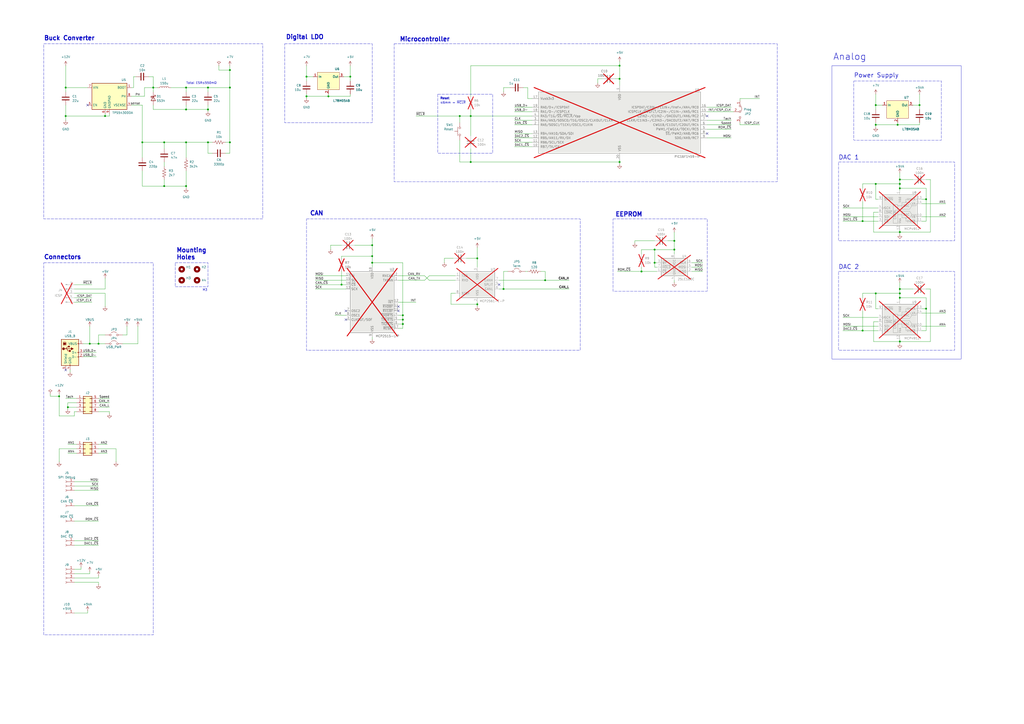
<source format=kicad_sch>
(kicad_sch (version 20250114) (generator "eeschema") (generator_version "9.0")
  (paper "A2")
  (title_block (title "CAN Gauge Interface") (date "2025-09-19") (rev "0.1") (company "Sam Anthony"))
  (rectangle (start 25.4 25.4) (end 152.4 127) (stroke (width 0) (type dash)))
  (rectangle (start 495.3 46.99) (end 546.1 81.28) (stroke (width 0) (type dash)))
  (rectangle (start 355.6 127) (end 410.21 168.91) (stroke (width 0) (type dash)))
  (rectangle (start 101.6 152.3999) (end 120.65 166.3699) (stroke (width 0) (type dash)))
  (rectangle (start 165.1 25.4) (end 215.9 71.12) (stroke (width 0) (type dash)))
  (rectangle (start 254 54.61) (end 285.75 88.9) (stroke (width 0) (type dash)))
  (rectangle (start 486.41 157.48) (end 553.72 203.2) (stroke (width 0) (type dash)))
  (rectangle (start 177.8 127) (end 336.55 203.2) (stroke (width 0) (type dash)))
  (rectangle (start 25.4 152.4) (end 88.9 368.3) (stroke (width 0) (type dash)))
  (rectangle (start 486.41 93.98) (end 553.72 139.7) (stroke (width 0) (type dash)))
  (rectangle (start 228.6 25.4) (end 450.85 105.41) (stroke (width 0) (type dash)))
  (rectangle (start 482.6 38.1) (end 557.53 208.28))
  (text "Connectors" (at 25.4 149.225 0) (effects (font (size 2.54 2.54) (thickness 0.508) (bold yes)) (justify left)))
  (text "Power Supply" (at 495.3 43.815 0) (effects (font (size 2.54 2.54) (thickness 0.254) (bold yes)) (justify left)))
  (text "Buck Converter" (at 25.4 22.225 0) (effects (font (size 2.54 2.54) (thickness 0.508) (bold yes)) (justify left)))
  (text "Total ESR≤550mΩ" (at 107.95 48.26 0) (effects (font (size 1.27 1.27)) (justify left)))
  (text "CAN" (at 179.705 123.825 0) (effects (font (size 2.54 2.54) (thickness 0.508) (bold yes)) (justify left)))
  (text "Reset" (at 255.27 57.15 0) (effects (font (size 1.27 1.27) (thickness 0.254) (bold yes)) (justify left)))
  (text "Mounting\nHoles" (at 102.235 147.3199 0) (effects (font (size 2.54 2.54) (thickness 0.508) (bold yes)) (justify left)))
  (text "M3\n" (at 117.475 168.2749 0) (effects (font (size 1.27 1.27)) (justify left)))
  (text "EEPROM" (at 356.87 124.46 0) (effects (font (size 2.54 2.54) (thickness 0.508) (bold yes)) (justify left)))
  (text "Digital LDO" (at 165.735 21.59 0) (effects (font (size 2.54 2.54) (thickness 0.508) (bold yes)) (justify left)))
  (text "≤6mm ↔ ~{MCLR}" (at 255.27 59.69 0) (effects (font (size 1.27 1.27)) (justify left)))
  (text "DAC 1" (at 486.41 91.44 0) (effects (font (size 2.54 2.54) (thickness 0.254) (bold yes)) (justify left)))
  (text "Microcontroller" (at 231.775 22.86 0) (effects (font (size 2.54 2.54) (thickness 0.508) (bold yes)) (justify left)))
  (text "Analog" (at 483.235 33.02 0) (effects (font (size 3.81 3.81) (thickness 0.254) (bold yes)) (justify left)))
  (text "DAC 2" (at 486.41 154.94 0) (effects (font (size 2.54 2.54) (thickness 0.254) (bold yes)) (justify left)))
  (junction (at 38.1 50.8))
  (junction (at 120.65 50.8))
  (junction (at 39.37 236.22))
  (junction (at 521.97 170.18))
  (junction (at 120.65 63.5))
  (junction (at 521.97 172.72))
  (junction (at 391.16 144.78))
  (junction (at 521.97 104.14))
  (junction (at 233.68 185.42))
  (junction (at 533.4 60.96))
  (junction (at 508 170.18))
  (junction (at 391.16 139.7))
  (junction (at 537.21 115.57))
  (junction (at 60.96 67.31))
  (junction (at 500.38 191.77))
  (junction (at 107.95 82.55))
  (junction (at 34.29 229.87))
  (junction (at 359.41 38.1))
  (junction (at 203.2 44.45))
  (junction (at 107.95 63.5))
  (junction (at 273.05 93.98))
  (junction (at 177.8 55.88))
  (junction (at 233.68 182.88))
  (junction (at 359.41 45.72))
  (junction (at 120.65 82.55))
  (junction (at 266.7 67.31))
  (junction (at 500.38 128.27))
  (junction (at 88.9 50.8))
  (junction (at 521.97 134.62))
  (junction (at 95.25 107.95))
  (junction (at 82.55 82.55))
  (junction (at 38.1 67.31))
  (junction (at 359.41 93.98))
  (junction (at 107.95 107.95))
  (junction (at 215.9 142.24))
  (junction (at 521.97 106.68))
  (junction (at 521.97 198.12))
  (junction (at 537.21 179.07))
  (junction (at 95.25 82.55))
  (junction (at 276.86 176.53))
  (junction (at 133.35 40.64))
  (junction (at 508 60.96))
  (junction (at 215.9 152.4))
  (junction (at 57.15 199.39))
  (junction (at 276.86 149.86))
  (junction (at 52.07 199.39))
  (junction (at 316.23 162.56))
  (junction (at 379.73 152.4))
  (junction (at 133.35 50.8))
  (junction (at 521.97 167.64))
  (junction (at 372.11 157.48))
  (junction (at 215.9 148.59))
  (junction (at 508 106.68))
  (junction (at 190.5 55.88))
  (junction (at 198.12 165.1))
  (junction (at 508 72.39))
  (junction (at 379.73 144.78))
  (junction (at 133.35 82.55))
  (junction (at 520.7 72.39))
  (junction (at 521.97 109.22))
  (junction (at 177.8 44.45))
  (junction (at 107.95 50.8))
  (junction (at 273.05 67.31))
  (junction (at 233.68 187.96))
  (junction (at 292.1 167.64))
  (no_connect (at 231.14 177.8))
  (no_connect (at 38.1 214.63))
  (no_connect (at 410.21 67.31))
  (no_connect (at 200.66 185.42))
  (no_connect (at 50.8 60.96))
  (no_connect (at 289.56 165.1))
  (no_connect (at 200.66 180.34))
  (no_connect (at 410.21 77.47))
  (no_connect (at 231.14 180.34))
  (wire (pts (xy 231.14 162.56) (xy 246.38 162.56)))
  (wire (pts (xy 203.2 55.88) (xy 203.2 54.61)))
  (wire (pts (xy 215.9 142.24) (xy 215.9 148.59)))
  (wire (pts (xy 57.15 199.39) (xy 60.96 199.39)))
  (wire (pts (xy 506.73 186.69) (xy 509.27 186.69)))
  (wire (pts (xy 292.1 157.48) (xy 294.64 157.48)))
  (wire (pts (xy 44.45 260.35) (xy 34.29 260.35)))
  (wire (pts (xy 48.26 204.47) (xy 55.88 204.47)))
  (wire (pts (xy 233.68 187.96) (xy 233.68 185.42)))
  (wire (pts (xy 506.73 123.19) (xy 509.27 123.19)))
  (wire (pts (xy 231.14 187.96) (xy 233.68 187.96)))
  (wire (pts (xy 57.15 194.31) (xy 57.15 199.39)))
  (wire (pts (xy 289.56 167.64) (xy 292.1 167.64)))
  (wire (pts (xy 273.05 55.88) (xy 273.05 38.1)))
  (wire (pts (xy 266.7 67.31) (xy 266.7 71.12)))
  (wire (pts (xy 521.97 172.72) (xy 521.97 173.99)))
  (wire (pts (xy 215.9 195.58) (xy 215.9 196.85)))
  (wire (pts (xy 60.96 167.64) (xy 60.96 161.29)))
  (wire (pts (xy 266.7 67.31) (xy 273.05 67.31)))
  (wire (pts (xy 381 152.4) (xy 379.73 152.4)))
  (wire (pts (xy 508 71.12) (xy 508 72.39)))
  (wire (pts (xy 38.1 38.1) (xy 38.1 50.8)))
  (wire (pts (xy 262.89 149.86) (xy 257.81 149.86)))
  (wire (pts (xy 508 179.07) (xy 508 170.18)))
  (wire (pts (xy 177.8 55.88) (xy 190.5 55.88)))
  (wire (pts (xy 500.38 191.77) (xy 509.27 191.77)))
  (wire (pts (xy 372.11 144.78) (xy 379.73 144.78)))
  (wire (pts (xy 534.67 128.27) (xy 537.21 128.27)))
  (wire (pts (xy 488.95 184.15) (xy 509.27 184.15)))
  (wire (pts (xy 120.65 50.8) (xy 133.35 50.8)))
  (wire (pts (xy 521.97 196.85) (xy 521.97 198.12)))
  (wire (pts (xy 82.55 91.44) (xy 82.55 82.55)))
  (wire (pts (xy 233.68 185.42) (xy 233.68 182.88)))
  (wire (pts (xy 123.19 82.55) (xy 120.65 82.55)))
  (wire (pts (xy 521.97 198.12) (xy 521.97 199.39)))
  (wire (pts (xy 537.21 172.72) (xy 521.97 172.72)))
  (wire (pts (xy 410.21 64.77) (xy 425.45 64.77)))
  (wire (pts (xy 34.29 241.3) (xy 34.29 229.87)))
  (wire (pts (xy 198.12 165.1) (xy 198.12 157.48)))
  (wire (pts (xy 57.15 260.35) (xy 67.31 260.35)))
  (wire (pts (xy 52.07 332.74) (xy 52.07 331.47)))
  (wire (pts (xy 203.2 46.99) (xy 203.2 44.45)))
  (wire (pts (xy 39.37 236.22) (xy 39.37 237.49)))
  (wire (pts (xy 38.1 50.8) (xy 38.1 53.34)))
  (wire (pts (xy 43.18 293.37) (xy 57.15 293.37)))
  (wire (pts (xy 57.15 233.68) (xy 63.5 233.68)))
  (wire (pts (xy 298.45 82.55) (xy 308.61 82.55)))
  (wire (pts (xy 506.73 134.62) (xy 521.97 134.62)))
  (wire (pts (xy 82.55 60.96) (xy 82.55 82.55)))
  (wire (pts (xy 534.67 181.61) (xy 548.64 181.61)))
  (wire (pts (xy 203.2 44.45) (xy 199.39 44.45)))
  (wire (pts (xy 539.75 134.62) (xy 521.97 134.62)))
  (wire (pts (xy 182.88 165.1) (xy 198.12 165.1)))
  (wire (pts (xy 511.81 60.96) (xy 508 60.96)))
  (wire (pts (xy 43.18 302.26) (xy 57.15 302.26)))
  (wire (pts (xy 429.26 71.12) (xy 429.26 72.39)))
  (wire (pts (xy 95.25 93.98) (xy 95.25 96.52)))
  (wire (pts (xy 509.27 115.57) (xy 508 115.57)))
  (wire (pts (xy 508 72.39) (xy 520.7 72.39)))
  (wire (pts (xy 534.67 118.11) (xy 548.64 118.11)))
  (wire (pts (xy 88.9 63.5) (xy 107.95 63.5)))
  (wire (pts (xy 298.45 69.85) (xy 308.61 69.85)))
  (wire (pts (xy 182.88 160.02) (xy 200.66 160.02)))
  (wire (pts (xy 537.21 109.22) (xy 537.21 115.57)))
  (wire (pts (xy 410.21 62.23) (xy 424.18 62.23)))
  (wire (pts (xy 508 106.68) (xy 521.97 106.68)))
  (wire (pts (xy 410.21 74.93) (xy 424.18 74.93)))
  (wire (pts (xy 508 115.57) (xy 508 106.68)))
  (wire (pts (xy 537.21 172.72) (xy 537.21 179.07)))
  (wire (pts (xy 194.31 182.88) (xy 200.66 182.88)))
  (wire (pts (xy 46.99 330.2) (xy 46.99 328.93)))
  (wire (pts (xy 488.95 189.23) (xy 509.27 189.23)))
  (wire (pts (xy 203.2 38.1) (xy 203.2 44.45)))
  (wire (pts (xy 520.7 72.39) (xy 520.7 71.12)))
  (wire (pts (xy 372.11 147.32) (xy 372.11 144.78)))
  (wire (pts (xy 177.8 54.61) (xy 177.8 55.88)))
  (wire (pts (xy 359.41 45.72) (xy 356.87 45.72)))
  (wire (pts (xy 57.15 236.22) (xy 63.5 236.22)))
  (wire (pts (xy 359.41 49.53) (xy 359.41 45.72)))
  (wire (pts (xy 215.9 148.59) (xy 215.9 152.4)))
  (wire (pts (xy 82.55 107.95) (xy 95.25 107.95)))
  (wire (pts (xy 107.95 82.55) (xy 95.25 82.55)))
  (wire (pts (xy 241.3 67.31) (xy 266.7 67.31)))
  (wire (pts (xy 429.26 58.42) (xy 429.26 57.15)))
  (wire (pts (xy 521.97 167.64) (xy 521.97 170.18)))
  (wire (pts (xy 71.12 199.39) (xy 80.01 199.39)))
  (wire (pts (xy 506.73 134.62) (xy 506.73 123.19)))
  (wire (pts (xy 107.95 82.55) (xy 107.95 91.44)))
  (wire (pts (xy 534.67 189.23) (xy 548.64 189.23)))
  (wire (pts (xy 50.8 355.6) (xy 50.8 354.33)))
  (wire (pts (xy 43.18 165.1) (xy 53.34 165.1)))
  (wire (pts (xy 191.77 142.24) (xy 191.77 144.78)))
  (wire (pts (xy 120.65 82.55) (xy 107.95 82.55)))
  (wire (pts (xy 57.15 238.76) (xy 63.5 238.76)))
  (wire (pts (xy 39.37 236.22) (xy 44.45 236.22)))
  (wire (pts (xy 521.97 163.83) (xy 521.97 167.64)))
  (wire (pts (xy 539.75 167.64) (xy 539.75 198.12)))
  (wire (pts (xy 133.35 50.8) (xy 133.35 82.55)))
  (wire (pts (xy 60.96 170.18) (xy 60.96 177.8)))
  (wire (pts (xy 308.61 57.15) (xy 306.07 57.15)))
  (wire (pts (xy 539.75 104.14) (xy 539.75 134.62)))
  (wire (pts (xy 379.73 154.94) (xy 379.73 152.4)))
  (wire (pts (xy 537.21 109.22) (xy 521.97 109.22)))
  (wire (pts (xy 44.45 233.68) (xy 39.37 233.68)))
  (wire (pts (xy 57.15 337.82) (xy 57.15 339.09)))
  (wire (pts (xy 379.73 144.78) (xy 391.16 144.78)))
  (wire (pts (xy 177.8 55.88) (xy 177.8 57.15)))
  (wire (pts (xy 372.11 157.48) (xy 372.11 154.94)))
  (wire (pts (xy 67.31 260.35) (xy 67.31 267.97)))
  (wire (pts (xy 38.1 67.31) (xy 38.1 69.85)))
  (wire (pts (xy 391.16 139.7) (xy 391.16 144.78)))
  (wire (pts (xy 401.32 157.48) (xy 407.67 157.48)))
  (wire (pts (xy 306.07 50.8) (xy 303.53 50.8)))
  (wire (pts (xy 533.4 54.61) (xy 533.4 60.96)))
  (wire (pts (xy 107.95 50.8) (xy 120.65 50.8)))
  (wire (pts (xy 88.9 44.45) (xy 88.9 50.8)))
  (wire (pts (xy 270.51 149.86) (xy 276.86 149.86)))
  (wire (pts (xy 76.2 60.96) (xy 82.55 60.96)))
  (wire (pts (xy 88.9 60.96) (xy 88.9 63.5)))
  (wire (pts (xy 410.21 80.01) (xy 424.18 80.01)))
  (wire (pts (xy 198.12 149.86) (xy 198.12 148.59)))
  (wire (pts (xy 306.07 57.15) (xy 306.07 50.8)))
  (wire (pts (xy 107.95 63.5) (xy 120.65 63.5)))
  (wire (pts (xy 429.26 57.15) (xy 440.69 57.15)))
  (wire (pts (xy 190.5 55.88) (xy 190.5 54.61)))
  (wire (pts (xy 292.1 50.8) (xy 292.1 53.34)))
  (wire (pts (xy 57.15 262.89) (xy 62.23 262.89)))
  (wire (pts (xy 500.38 106.68) (xy 508 106.68)))
  (wire (pts (xy 99.06 50.8) (xy 107.95 50.8)))
  (wire (pts (xy 44.45 238.76) (xy 43.18 238.76)))
  (wire (pts (xy 107.95 60.96) (xy 107.95 63.5)))
  (wire (pts (xy 88.9 53.34) (xy 88.9 50.8)))
  (wire (pts (xy 257.81 149.86) (xy 257.81 152.4)))
  (wire (pts (xy 316.23 157.48) (xy 316.23 162.56)))
  (wire (pts (xy 39.37 257.81) (xy 44.45 257.81)))
  (wire (pts (xy 120.65 82.55) (xy 120.65 88.9)))
  (wire (pts (xy 43.18 335.28) (xy 57.15 335.28)))
  (wire (pts (xy 298.45 80.01) (xy 308.61 80.01)))
  (wire (pts (xy 107.95 107.95) (xy 107.95 109.22)))
  (wire (pts (xy 63.5 238.76) (xy 63.5 240.03)))
  (wire (pts (xy 133.35 82.55) (xy 133.35 88.9)))
  (wire (pts (xy 233.68 152.4) (xy 233.68 182.88)))
  (wire (pts (xy 298.45 85.09) (xy 308.61 85.09)))
  (wire (pts (xy 95.25 107.95) (xy 107.95 107.95)))
  (wire (pts (xy 43.18 316.23) (xy 57.15 316.23)))
  (wire (pts (xy 127 40.64) (xy 133.35 40.64)))
  (wire (pts (xy 233.68 152.4) (xy 215.9 152.4)))
  (wire (pts (xy 120.65 50.8) (xy 120.65 53.34)))
  (wire (pts (xy 521.97 109.22) (xy 521.97 110.49)))
  (wire (pts (xy 298.45 77.47) (xy 308.61 77.47)))
  (wire (pts (xy 200.66 165.1) (xy 198.12 165.1)))
  (wire (pts (xy 316.23 162.56) (xy 330.2 162.56)))
  (wire (pts (xy 539.75 198.12) (xy 521.97 198.12)))
  (wire (pts (xy 198.12 148.59) (xy 215.9 148.59)))
  (wire (pts (xy 29.21 228.6) (xy 29.21 229.87)))
  (wire (pts (xy 120.65 63.5) (xy 120.65 60.96)))
  (wire (pts (xy 298.45 72.39) (xy 308.61 72.39)))
  (wire (pts (xy 107.95 107.95) (xy 107.95 99.06)))
  (wire (pts (xy 177.8 38.1) (xy 177.8 44.45)))
  (wire (pts (xy 60.96 194.31) (xy 57.15 194.31)))
  (wire (pts (xy 537.21 179.07) (xy 537.21 191.77)))
  (wire (pts (xy 521.97 100.33) (xy 521.97 104.14)))
  (wire (pts (xy 231.14 190.5) (xy 233.68 190.5)))
  (wire (pts (xy 29.21 229.87) (xy 34.29 229.87)))
  (wire (pts (xy 304.8 157.48) (xy 306.07 157.48)))
  (wire (pts (xy 358.14 157.48) (xy 372.11 157.48)))
  (wire (pts (xy 107.95 50.8) (xy 107.95 53.34)))
  (wire (pts (xy 506.73 198.12) (xy 521.97 198.12)))
  (wire (pts (xy 295.91 50.8) (xy 292.1 50.8)))
  (wire (pts (xy 521.97 104.14) (xy 529.59 104.14)))
  (wire (pts (xy 43.18 284.48) (xy 57.15 284.48)))
  (wire (pts (xy 43.18 281.94) (xy 57.15 281.94)))
  (wire (pts (xy 521.97 170.18) (xy 521.97 172.72)))
  (wire (pts (xy 500.38 172.72) (xy 500.38 170.18)))
  (wire (pts (xy 43.18 238.76) (xy 43.18 241.3)))
  (wire (pts (xy 57.15 231.14) (xy 63.5 231.14)))
  (wire (pts (xy 60.96 67.31) (xy 60.96 66.04)))
  (wire (pts (xy 43.18 241.3) (xy 34.29 241.3)))
  (wire (pts (xy 133.35 40.64) (xy 133.35 50.8)))
  (wire (pts (xy 82.55 82.55) (xy 95.25 82.55)))
  (wire (pts (xy 534.67 179.07) (xy 537.21 179.07)))
  (wire (pts (xy 48.26 199.39) (xy 52.07 199.39)))
  (wire (pts (xy 500.38 170.18) (xy 508 170.18)))
  (wire (pts (xy 298.45 64.77) (xy 308.61 64.77)))
  (wire (pts (xy 500.38 128.27) (xy 509.27 128.27)))
  (wire (pts (xy 359.41 38.1) (xy 359.41 45.72)))
  (wire (pts (xy 401.32 154.94) (xy 407.67 154.94)))
  (wire (pts (xy 120.65 63.5) (xy 120.65 64.77)))
  (wire (pts (xy 521.97 106.68) (xy 521.97 109.22)))
  (wire (pts (xy 57.15 257.81) (xy 62.23 257.81)))
  (wire (pts (xy 359.41 93.98) (xy 359.41 95.25)))
  (wire (pts (xy 273.05 93.98) (xy 273.05 86.36)))
  (wire (pts (xy 76.2 50.8) (xy 77.47 50.8)))
  (wire (pts (xy 508 170.18) (xy 521.97 170.18)))
  (wire (pts (xy 276.86 176.53) (xy 276.86 177.8)))
  (wire (pts (xy 248.92 160.02) (xy 246.38 162.56)))
  (wire (pts (xy 273.05 93.98) (xy 266.7 93.98)))
  (wire (pts (xy 73.66 194.31) (xy 73.66 189.23)))
  (wire (pts (xy 38.1 60.96) (xy 38.1 67.31)))
  (wire (pts (xy 43.18 332.74) (xy 52.07 332.74)))
  (wire (pts (xy 57.15 335.28) (xy 57.15 334.01)))
  (wire (pts (xy 39.37 233.68) (xy 39.37 236.22)))
  (wire (pts (xy 500.38 116.84) (xy 500.38 128.27)))
  (wire (pts (xy 346.71 45.72) (xy 349.25 45.72)))
  (wire (pts (xy 391.16 162.56) (xy 391.16 163.83)))
  (wire (pts (xy 34.29 260.35) (xy 34.29 267.97)))
  (wire (pts (xy 38.1 231.14) (xy 44.45 231.14)))
  (wire (pts (xy 231.14 182.88) (xy 233.68 182.88)))
  (wire (pts (xy 130.81 82.55) (xy 133.35 82.55)))
  (wire (pts (xy 391.16 144.78) (xy 391.16 147.32)))
  (wire (pts (xy 379.73 144.78) (xy 379.73 152.4)))
  (wire (pts (xy 266.7 93.98) (xy 266.7 81.28)))
  (wire (pts (xy 88.9 50.8) (xy 91.44 50.8)))
  (wire (pts (xy 521.97 134.62) (xy 521.97 135.89)))
  (wire (pts (xy 43.18 337.82) (xy 57.15 337.82)))
  (wire (pts (xy 508 60.96) (xy 508 63.5)))
  (wire (pts (xy 313.69 157.48) (xy 316.23 157.48)))
  (wire (pts (xy 488.95 191.77) (xy 500.38 191.77)))
  (wire (pts (xy 276.86 175.26) (xy 276.86 176.53)))
  (wire (pts (xy 43.18 313.69) (xy 57.15 313.69)))
  (wire (pts (xy 63.5 66.04) (xy 63.5 67.31)))
  (wire (pts (xy 508 72.39) (xy 508 73.66)))
  (wire (pts (xy 506.73 198.12) (xy 506.73 186.69)))
  (wire (pts (xy 429.26 72.39) (xy 440.69 72.39)))
  (wire (pts (xy 292.1 167.64) (xy 292.1 157.48)))
  (wire (pts (xy 508 54.61) (xy 508 60.96)))
  (wire (pts (xy 182.88 167.64) (xy 200.66 167.64)))
  (wire (pts (xy 43.18 355.6) (xy 50.8 355.6)))
  (wire (pts (xy 133.35 88.9) (xy 130.81 88.9)))
  (wire (pts (xy 52.07 199.39) (xy 57.15 199.39)))
  (wire (pts (xy 387.35 139.7) (xy 391.16 139.7)))
  (wire (pts (xy 410.21 72.39) (xy 424.18 72.39)))
  (wire (pts (xy 391.16 134.62) (xy 391.16 139.7)))
  (wire (pts (xy 537.21 104.14) (xy 539.75 104.14)))
  (wire (pts (xy 273.05 67.31) (xy 308.61 67.31)))
  (wire (pts (xy 198.12 142.24) (xy 191.77 142.24)))
  (wire (pts (xy 261.62 170.18) (xy 264.16 170.18)))
  (wire (pts (xy 215.9 138.43) (xy 215.9 142.24)))
  (wire (pts (xy 273.05 38.1) (xy 359.41 38.1)))
  (wire (pts (xy 521.97 104.14) (xy 521.97 106.68)))
  (wire (pts (xy 43.18 167.64) (xy 60.96 167.64)))
  (wire (pts (xy 534.67 115.57) (xy 537.21 115.57)))
  (wire (pts (xy 289.56 162.56) (xy 316.23 162.56)))
  (wire (pts (xy 359.41 92.71) (xy 359.41 93.98)))
  (wire (pts (xy 95.25 104.14) (xy 95.25 107.95)))
  (wire (pts (xy 77.47 44.45) (xy 78.74 44.45)))
  (wire (pts (xy 77.47 50.8) (xy 77.47 44.45)))
  (wire (pts (xy 133.35 38.1) (xy 133.35 40.64)))
  (wire (pts (xy 83.82 50.8) (xy 88.9 50.8)))
  (wire (pts (xy 533.4 72.39) (xy 533.4 71.12)))
  (wire (pts (xy 76.2 55.88) (xy 83.82 55.88)))
  (wire (pts (xy 82.55 99.06) (xy 82.55 107.95)))
  (wire (pts (xy 43.18 170.18) (xy 60.96 170.18)))
  (wire (pts (xy 52.07 189.23) (xy 52.07 199.39)))
  (wire (pts (xy 177.8 44.45) (xy 177.8 46.99)))
  (wire (pts (xy 120.65 88.9) (xy 123.19 88.9)))
  (wire (pts (xy 215.9 152.4) (xy 215.9 154.94)))
  (wire (pts (xy 401.32 152.4) (xy 407.67 152.4)))
  (wire (pts (xy 190.5 55.88) (xy 203.2 55.88)))
  (wire (pts (xy 48.26 207.01) (xy 55.88 207.01)))
  (wire (pts (xy 410.21 69.85) (xy 424.18 69.85)))
  (wire (pts (xy 261.62 176.53) (xy 261.62 170.18)))
  (wire (pts (xy 34.29 229.87) (xy 34.29 228.6)))
  (wire (pts (xy 63.5 67.31) (xy 60.96 67.31)))
  (wire (pts (xy 43.18 175.26) (xy 53.34 175.26)))
  (wire (pts (xy 181.61 44.45) (xy 177.8 44.45)))
  (wire (pts (xy 381 154.94) (xy 379.73 154.94)))
  (wire (pts (xy 534.67 125.73) (xy 548.64 125.73)))
  (wire (pts (xy 205.74 142.24) (xy 215.9 142.24)))
  (wire (pts (xy 231.14 160.02) (xy 246.38 160.02)))
  (wire (pts (xy 500.38 109.22) (xy 500.38 106.68)))
  (wire (pts (xy 80.01 199.39) (xy 80.01 189.23)))
  (wire (pts (xy 500.38 180.34) (xy 500.38 191.77)))
  (wire (pts (xy 276.86 176.53) (xy 261.62 176.53)))
  (wire (pts (xy 40.64 214.63) (xy 40.64 215.9)))
  (wire (pts (xy 346.71 48.26) (xy 346.71 45.72)))
  (wire (pts (xy 534.67 191.77) (xy 537.21 191.77)))
  (wire (pts (xy 43.18 279.4) (xy 57.15 279.4)))
  (wire (pts (xy 488.95 128.27) (xy 500.38 128.27)))
  (wire (pts (xy 368.3 139.7) (xy 368.3 140.97)))
  (wire (pts (xy 60.96 67.31) (xy 38.1 67.31)))
  (wire (pts (xy 368.3 139.7) (xy 379.73 139.7)))
  (wire (pts (xy 38.1 50.8) (xy 50.8 50.8)))
  (wire (pts (xy 509.27 179.07) (xy 508 179.07)))
  (wire (pts (xy 359.41 35.56) (xy 359.41 38.1)))
  (wire (pts (xy 276.86 143.51) (xy 276.86 149.86)))
  (wire (pts (xy 381 157.48) (xy 372.11 157.48)))
  (wire (pts (xy 83.82 55.88) (xy 83.82 50.8)))
  (wire (pts (xy 233.68 190.5) (xy 233.68 187.96)))
  (wire (pts (xy 537.21 167.64) (xy 539.75 167.64)))
  (wire (pts (xy 521.97 167.64) (xy 529.59 167.64)))
  (wire (pts (xy 488.95 125.73) (xy 509.27 125.73)))
  (wire (pts (xy 292.1 167.64) (xy 330.2 167.64)))
  (wire (pts (xy 231.14 175.26) (xy 241.3 175.26)))
  (wire (pts (xy 39.37 262.89) (xy 44.45 262.89)))
  (wire (pts (xy 231.14 185.42) (xy 233.68 185.42)))
  (wire (pts (xy 521.97 133.35) (xy 521.97 134.62)))
  (wire (pts (xy 298.45 62.23) (xy 308.61 62.23)))
  (wire (pts (xy 71.12 194.31) (xy 73.66 194.31)))
  (wire (pts (xy 248.92 162.56) (xy 264.16 162.56)))
  (wire (pts (xy 488.95 120.65) (xy 509.27 120.65)))
  (wire (pts (xy 182.88 162.56) (xy 200.66 162.56)))
  (wire (pts (xy 533.4 63.5) (xy 533.4 60.96)))
  (wire (pts (xy 248.92 160.02) (xy 264.16 160.02)))
  (wire (pts (xy 246.38 160.02) (xy 248.92 162.56)))
  (wire (pts (xy 43.18 330.2) (xy 46.99 330.2)))
  (wire (pts (xy 273.05 67.31) (xy 273.05 78.74)))
  (wire (pts (xy 537.21 115.57) (xy 537.21 128.27)))
  (wire (pts (xy 273.05 63.5) (xy 273.05 67.31)))
  (wire (pts (xy 43.18 172.72) (xy 53.34 172.72)))
  (wire (pts (xy 127 38.1) (xy 127 40.64)))
  (wire (pts (xy 86.36 44.45) (xy 88.9 44.45)))
  (wire (pts (xy 359.41 93.98) (xy 273.05 93.98)))
  (wire (pts (xy 520.7 72.39) (xy 533.4 72.39)))
  (wire (pts (xy 276.86 149.86) (xy 276.86 154.94)))
  (wire (pts (xy 95.25 82.55) (xy 95.25 86.36)))
  (wire (pts (xy 533.4 60.96) (xy 529.59 60.96)))
  (label "DAC1_~{CS}" (at 488.95 128.27 0))
  (label "MISO" (at 57.15 284.48 180))
  (label "CAN_H" (at 330.2 162.56 180) (effects (font (thickness 0.254) (bold yes))))
  (label "SCK" (at 407.67 152.4 180) (effects (font (thickness 0.1588))))
  (label "Speed" (at 63.5 231.14 180) (effects (font (thickness 0.1588))))
  (label "CLK" (at 298.45 69.85 0))
  (label "MOSI" (at 424.18 80.01 180) (effects (font (thickness 0.1588))))
  (label "ICSP_DAT" (at 424.18 62.23 180))
  (label "CAN_L" (at 63.5 236.22 180))
  (label "ROM_~{CS}" (at 358.14 157.48 0) (effects (font (thickness 0.1588))))
  (label "MOSI" (at 182.88 160.02 0) (effects (font (thickness 0.1588))))
  (label "DAC1_~{CS}" (at 298.45 85.09 0))
  (label "AN3" (at 62.23 262.89 180) (effects (font (thickness 0.1588))))
  (label "Speed" (at 424.18 72.39 180))
  (label "AN1" (at 548.64 118.11 180))
  (label "CAN_~{CS}" (at 298.45 72.39 0))
  (label "CAN_~{CS}" (at 57.15 293.37 180))
  (label "sense" (at 81.28 60.96 180))
  (label "INT" (at 440.69 57.15 180))
  (label "CLK" (at 194.31 182.88 0))
  (label "MISO" (at 407.67 157.48 180) (effects (font (thickness 0.1588))))
  (label "INT" (at 241.3 175.26 180) (effects (font (thickness 0.1588))))
  (label "MOSI" (at 407.67 154.94 180) (effects (font (thickness 0.1588))))
  (label "ICSP_CLK" (at 53.34 175.26 180))
  (label "AN2" (at 62.23 257.81 180) (effects (font (thickness 0.1588))))
  (label "SCK" (at 298.45 82.55 0) (effects (font (thickness 0.1588))))
  (label "Tach" (at 38.1 231.14 0) (effects (font (thickness 0.1588))))
  (label "CAN_~{CS}" (at 182.88 165.1 0) (effects (font (thickness 0.1588))))
  (label "ICSP_CLK" (at 440.69 72.39 180))
  (label "USB_D+" (at 298.45 62.23 0))
  (label "SCK" (at 488.95 184.15 0) (effects (font (thickness 0.1588))))
  (label "ROM_~{CS}" (at 57.15 302.26 180))
  (label "AN1" (at 39.37 257.81 0) (effects (font (thickness 0.1588))))
  (label "DAC2_~{CS}" (at 298.45 80.01 0))
  (label "USB_D-" (at 298.45 64.77 0))
  (label "INT{slash}ICSP_CLK" (at 424.18 64.77 180))
  (label "SCK" (at 57.15 281.94 180))
  (label "AN4" (at 39.37 262.89 0) (effects (font (thickness 0.1588))))
  (label "MOSI" (at 488.95 125.73 0))
  (label "PH" (at 81.28 55.88 180))
  (label "AN4" (at 548.64 189.23 180))
  (label "MISO" (at 182.88 162.56 0) (effects (font (thickness 0.1588))))
  (label "DAC1_~{CS}" (at 57.15 316.23 180))
  (label "MOSI" (at 57.15 279.4 180))
  (label "AN3" (at 548.64 181.61 180))
  (label "DAC2_~{CS}" (at 57.15 313.69 180))
  (label "USB_D-" (at 55.88 207.01 180))
  (label "AN2" (at 548.64 125.73 180))
  (label "USB_D+" (at 55.88 204.47 180))
  (label "SCK" (at 182.88 167.64 0) (effects (font (thickness 0.1588))))
  (label "Tach" (at 424.18 69.85 180))
  (label "ROM_~{CS}" (at 424.18 74.93 180))
  (label "ICSP_DAT" (at 53.34 172.72 180))
  (label "CAN_RX" (at 243.84 160.02 180))
  (label "~{MCLR}" (at 53.34 165.1 180))
  (label "MISO" (at 298.45 77.47 0) (effects (font (thickness 0.1588))))
  (label "~{MCLR}" (at 241.3 67.31 0))
  (label "MOSI" (at 488.95 189.23 0))
  (label "CAN_L" (at 330.2 167.64 180) (effects (font (thickness 0.254) (bold yes))))
  (label "SCK" (at 488.95 120.65 0) (effects (font (thickness 0.1588))))
  (label "DAC2_~{CS}" (at 488.95 191.77 0))
  (label "CAN_TX" (at 243.84 162.56 180))
  (label "CAN_H" (at 63.5 233.68 180) (effects (font (thickness 0.1588))))
  (symbol (lib_id "power:GND") (at 107.95 109.22 0) (unit 1)
    (property "Reference" "#PWR012" (effects (hide yes)))
    (property "Value" "GND" (at 107.95 114.3 0))
    (property "Description" "Power symbol creates a global label with name \"GND\" , ground" (effects (hide yes)))
  )
  (symbol (lib_id "power:GND") (at 215.9 196.85 0) (unit 1)
    (property "Reference" "#PWR028" (effects (hide yes)))
    (property "Value" "GND" (effects (hide yes)))
    (property "Description" "Power symbol creates a global label with name \"GND\" , ground" (effects (hide yes)))
  )
  (symbol (lib_id "Device:C") (at 107.95 57.15 0) (unit 1)
    (property "Reference" "C3" (at 111.125 55.88 0) (effects (justify left)))
    (property "Value" "22u" (at 111.125 58.42 0) (effects (justify left)))
    (property "Footprint" "Capacitor_SMD:C_1206_3216Metric" (effects (hide yes)))
    (property "Description" "Unpolarized capacitor" (effects (hide yes)))
  )
  (symbol (lib_id "power:GND") (at 120.65 64.77 0) (unit 1)
    (property "Reference" "#PWR04" (effects (hide yes)))
    (property "Value" "GND" (at 120.65 69.85 0))
    (property "Description" "Power symbol creates a global label with name \"GND\" , ground" (effects (hide yes)))
  )
  (symbol (lib_id "Device:C") (at 95.25 90.17 0) (unit 1)
    (property "Reference" "C7" (at 99.06 88.8999 0) (effects (justify left)))
    (property "Value" "47n" (at 99.06 91.4399 0) (effects (justify left)))
    (property "Footprint" "Capacitor_SMD:C_0805_2012Metric" (effects (hide yes)))
    (property "Description" "Unpolarized capacitor" (effects (hide yes)))
  )
  (symbol (lib_id "power:GND") (at 57.15 339.09 0) (unit 1)
    (property "Reference" "#PWR039" (effects (hide yes)))
    (property "Value" "GND" (effects (hide yes)))
    (property "Description" "Power symbol creates a global label with name \"GND\" , ground" (effects (hide yes)))
  )
  (symbol (lib_id "power:+7.5V") (at 52.07 331.47 0) (unit 1)
    (property "Reference" "#PWR013" (effects (hide yes)))
    (property "Value" "+7V" (at 52.07 326.39 0))
    (property "Description" "Power symbol creates a global label with name \"+7.5V\"" (effects (hide yes)))
  )
  (symbol (lib_id "power:+12V") (at 34.29 228.6 0) (unit 1)
    (property "Reference" "#PWR029" (effects (hide yes)))
    (property "Value" "+12V" (at 34.29 223.52 0))
    (property "Description" "Power symbol creates a global label with name \"+12V\"" (effects (hide yes)))
  )
  (symbol (lib_id "power:GND") (at 508 73.66 0) (unit 1)
    (property "Reference" "#PWR046" (effects (hide yes)))
    (property "Value" "GND" (at 508 78.74 0))
    (property "Description" "Power symbol creates a global label with name \"GND\" , ground" (effects (hide yes)))
  )
  (symbol (lib_id "power:GND") (at 63.5 240.03 0) (unit 1)
    (property "Reference" "#PWR033" (effects (hide yes)))
    (property "Value" "GND" (effects (hide yes)))
    (property "Description" "Power symbol creates a global label with name \"GND\" , ground" (effects (hide yes)))
  )
  (symbol (lib_id "power:+5V") (at 203.2 38.1 0) (unit 1)
    (property "Reference" "#PWR044" (effects (hide yes)))
    (property "Value" "+5V" (at 203.2 33.02 0))
    (property "Description" "Power symbol creates a global label with name \"+5V\"" (effects (hide yes)))
  )
  (symbol (lib_id "Device:C") (at 383.54 139.7 90) (unit 1) (dnp yes)
    (property "Reference" "C15" (at 383.54 133.35 90))
    (property "Value" "100n" (at 383.54 135.89 90))
    (property "Footprint" "Capacitor_THT:C_Disc_D5.0mm_W2.5mm_P2.50mm" (effects (hide yes)))
    (property "Description" "Unpolarized capacitor" (effects (hide yes)))
  )
  (symbol (lib_id "power:+7.5V") (at 177.8 38.1 0) (unit 1)
    (property "Reference" "#PWR043" (effects (hide yes)))
    (property "Value" "+7V" (at 177.8 33.02 0))
    (property "Description" "Power symbol creates a global label with name \"+7.5V\"" (effects (hide yes)))
  )
  (symbol (lib_id "Device:C") (at 266.7 149.86 90) (unit 1) (dnp yes)
    (property "Reference" "C14" (at 266.7 143.51 90))
    (property "Value" "100n" (at 266.7 146.05 90))
    (property "Footprint" "Capacitor_THT:C_Disc_D5.0mm_W2.5mm_P2.50mm" (effects (hide yes)))
    (property "Description" "Unpolarized capacitor" (effects (hide yes)))
  )
  (symbol (lib_id "Device:C") (at 38.1 57.15 0) (unit 1)
    (property "Reference" "C1" (at 41.91 55.8799 0) (effects (justify left)))
    (property "Value" "22u" (at 41.91 58.4199 0) (effects (justify left)))
    (property "Footprint" "Capacitor_SMD:C_1206_3216Metric" (effects (hide yes)))
    (property "Description" "Unpolarized capacitor" (effects (hide yes)))
  )
  (symbol (lib_id "Regulator_Switching:TPS5430DDA") (at 63.5 55.88 0) (unit 1)
    (property "Reference" "U5" (at 71.755 46.355 0))
    (property "Value" "TPS5430DDA" (at 71.12 65.405 0))
    (property "Footprint" "Package_SO:TI_SO-PowerPAD-8" (effects (hide yes)))
    (property "Datasheet" "http://www.ti.com/lit/ds/symlink/tps5430.pdf" (effects (hide yes)))
    (property "Description" "3A, Step Down Swift Converter, Adjustable Output Voltage, 5.5-36V Input Voltage, PowerSO-8" (effects (hide yes)))
  )
  (symbol (lib_id "Memory_EEPROM:25LCxxx") (at 391.16 154.94 0) (unit 1) (dnp yes)
    (property "Reference" "U4" (at 395.605 148.59 0) (effects (justify left)))
    (property "Value" "25LC160C" (at 393.065 161.925 0) (effects (justify left)))
    (property "Footprint" "Package_DIP:DIP-8_W7.62mm" (effects (hide yes)))
    (property "Datasheet" "http://ww1.microchip.com/downloads/en/DeviceDoc/21832H.pdf" (effects (hide yes)))
    (property "Description" "SPI Serial EEPROM, DIP-8/SOIC-8/TSSOP-8" (effects (hide yes)))
  )
  (symbol (lib_id "Jumper:Jumper_3_Bridged12") (at 429.26 64.77 270) (unit 1) (in_bom no)
    (property "Reference" "JP2" (at 433.705 66.04 90))
    (property "Value" "Prog" (at 433.705 63.5 90))
    (property "Footprint" "Connector_PinSocket_2.54mm:PinSocket_1x03_P2.54mm_Vertical" (effects (hide yes)))
    (property "Description" "Jumper, 3-pole, pins 1+2 closed/bridged" (effects (hide yes)))
  )
  (symbol (lib_id "power:GND") (at 521.97 135.89 0) (unit 1)
    (property "Reference" "#PWR017" (effects (hide yes)))
    (property "Value" "GND" (effects (hide yes)))
    (property "Description" "Power symbol creates a global label with name \"GND\" , ground" (effects (hide yes)))
  )
  (symbol (lib_id "power:GND") (at 521.97 199.39 0) (unit 1)
    (property "Reference" "#PWR019" (effects (hide yes)))
    (property "Value" "GND" (effects (hide yes)))
    (property "Description" "Power symbol creates a global label with name \"GND\" , ground" (effects (hide yes)))
  )
  (symbol (lib_id "power:GND") (at 359.41 95.25 0) (unit 1)
    (property "Reference" "#PWR01" (effects (hide yes)))
    (property "Value" "GND" (effects (hide yes)))
    (property "Description" "Power symbol creates a global label with name \"GND\" , ground" (effects (hide yes)))
  )
  (symbol (lib_id "Device:R_US") (at 198.12 153.67 0) (unit 1) (dnp yes)
    (property "Reference" "R7" (at 200.025 152.4 0) (effects (justify left)))
    (property "Value" "10k" (at 200.025 154.94 0) (effects (justify left)))
    (property "Footprint" "Resistor_THT:R_Axial_DIN0207_L6.3mm_D2.5mm_P7.62mm_Horizontal" (effects (hide yes)))
    (property "Description" "Resistor, US symbol" (effects (hide yes)))
  )
  (symbol (lib_id "Device:R_US") (at 372.11 151.13 0) (unit 1) (dnp yes)
    (property "Reference" "R9" (at 374.015 149.86 0) (effects (justify left)))
    (property "Value" "10k" (at 374.015 152.4 0) (effects (justify left)))
    (property "Footprint" "Resistor_THT:R_Axial_DIN0207_L6.3mm_D2.5mm_P7.62mm_Horizontal" (effects (hide yes)))
    (property "Description" "Resistor, US symbol" (effects (hide yes)))
  )
  (symbol (lib_id "Mechanical:MountingHole") (at 105.41 156.2099 0) (unit 1) (exclude_from_sim yes) (in_bom no)
    (property "Reference" "H1" (at 107.95 154.9398 0) (effects (justify left)))
    (property "Value" "MountingHole" (effects (hide yes)))
    (property "Footprint" "MountingHole:MountingHole_3.2mm_M3_DIN965" (effects (hide yes)))
    (property "Description" "Mounting Hole without connection" (effects (hide yes)))
  )
  (symbol (lib_id "power:GND") (at 67.31 267.97 0) (unit 1)
    (property "Reference" "#PWR035" (effects (hide yes)))
    (property "Value" "GND" (effects (hide yes)))
    (property "Description" "Power symbol creates a global label with name \"GND\" , ground" (effects (hide yes)))
  )
  (symbol (lib_id "Jumper:Jumper_2_Open") (at 66.04 194.31 0) (unit 1)
    (property "Reference" "JP3" (at 66.04 191.135 0))
    (property "Value" "USB_PWR" (effects (hide yes)))
    (property "Footprint" "Connector_PinSocket_2.54mm:PinSocket_1x02_P2.54mm_Vertical" (effects (hide yes)))
    (property "Description" "Jumper, 2-pole, open" (effects (hide yes)))
  )
  (symbol (lib_id "Jumper:Jumper_2_Open") (at 66.04 199.39 0) (unit 1)
    (property "Reference" "JP4" (at 66.04 196.215 0))
    (property "Value" "USB_PWR" (at 66.04 201.295 0))
    (property "Footprint" "Connector_PinSocket_2.54mm:PinSocket_1x02_P2.54mm_Vertical" (effects (hide yes)))
    (property "Description" "Jumper, 2-pole, open" (effects (hide yes)))
  )
  (symbol (lib_id "Device:C") (at 120.65 57.15 0) (unit 1)
    (property "Reference" "C5" (at 123.825 55.88 0) (effects (justify left)))
    (property "Value" "22u" (at 123.825 58.42 0) (effects (justify left)))
    (property "Footprint" "Capacitor_SMD:C_1206_3216Metric" (effects (hide yes)))
    (property "Description" "Unpolarized capacitor" (effects (hide yes)))
  )
  (symbol (lib_id "Device:C") (at 201.93 142.24 90) (unit 1) (dnp yes)
    (property "Reference" "C13" (at 201.93 135.89 90))
    (property "Value" "100n" (at 201.93 138.43 90))
    (property "Footprint" "Capacitor_THT:C_Disc_D5.0mm_W2.5mm_P2.50mm" (effects (hide yes)))
    (property "Description" "Unpolarized capacitor" (effects (hide yes)))
  )
  (symbol (lib_id "power:GND") (at 177.8 57.15 0) (unit 1)
    (property "Reference" "#PWR042" (effects (hide yes)))
    (property "Value" "GND" (at 177.8 62.23 0))
    (property "Description" "Power symbol creates a global label with name \"GND\" , ground" (effects (hide yes)))
  )
  (symbol (lib_id "Device:C") (at 82.55 95.25 0) (unit 1)
    (property "Reference" "C4" (at 86.36 93.9799 0) (effects (justify left)))
    (property "Value" "220p" (at 86.36 96.5199 0) (effects (justify left)))
    (property "Footprint" "Capacitor_SMD:C_0603_1608Metric" (effects (hide yes)))
    (property "Description" "Unpolarized capacitor" (effects (hide yes)))
  )
  (symbol (lib_id "Connector:Conn_01x04_Socket") (at 38.1 332.74 0) (mirror y) (unit 1)
    (property "Reference" "J9" (at 38.735 327.66 0))
    (property "Value" "Conn_01x04_Socket" (effects (hide yes)))
    (property "Footprint" "Connector_PinSocket_2.54mm:PinSocket_1x04_P2.54mm_Vertical" (effects (hide yes)))
    (property "Description" "Generic connector, single row, 01x04, script generated" (effects (hide yes)))
  )
  (symbol (lib_id "Device:C") (at 508 67.31 0) (unit 1)
    (property "Reference" "C18" (at 504.825 66.04 0) (effects (justify right)))
    (property "Value" "10u" (at 504.825 68.58 0) (effects (justify right)))
    (property "Footprint" "Capacitor_SMD:C_1206_3216Metric" (effects (hide yes)))
    (property "Description" "Unpolarized capacitor" (effects (hide yes)))
  )
  (symbol (lib_id "Connector_Generic:Conn_02x04_Top_Bottom") (at 49.53 233.68 0) (unit 1)
    (property "Reference" "J2" (at 50.8 227.965 0))
    (property "Value" "Conn_02x04_Top_Bottom" (effects (hide yes)))
    (property "Footprint" "footprints:Molex_Mini-Fit_Jr_5569-08A2_2x04_P4.20mm_Horizontal" (effects (hide yes)))
    (property "Datasheet" "https://www.molex.com/en-us/products/part-detail/39300080?display=pdf" (effects (hide yes)))
    (property "Description" "Generic connector, double row, 02x04, top/bottom pin numbering scheme (row 1: 1...pins_per_row, row2: pins_per_row+1 ... num_pins), script generated (kicad-library-utils/schlib/autogen/connector/)" (effects (hide yes)))
  )
  (symbol (lib_id "power:GND") (at 38.1 69.85 0) (unit 1)
    (property "Reference" "#PWR06" (effects (hide yes)))
    (property "Value" "GND" (at 38.1 74.93 0))
    (property "Description" "Power symbol creates a global label with name \"GND\" , ground" (effects (hide yes)))
  )
  (symbol (lib_id "Device:C") (at 273.05 82.55 0) (unit 1) (dnp yes)
    (property "Reference" "C12" (at 276.86 81.2799 0) (effects (justify left)))
    (property "Value" "100n" (at 276.86 83.8199 0) (effects (justify left)))
    (property "Footprint" "Capacitor_THT:C_Disc_D5.0mm_W2.5mm_P2.50mm" (effects (hide yes)))
    (property "Description" "Unpolarized capacitor" (effects (hide yes)))
  )
  (symbol (lib_id "Device:R_US") (at 127 82.55 90) (unit 1)
    (property "Reference" "R1" (at 127 76.835 90))
    (property "Value" "10k" (at 127 79.375 90))
    (property "Footprint" "Resistor_SMD:R_0805_2012Metric" (effects (hide yes)))
    (property "Description" "Resistor, US symbol" (effects (hide yes)))
  )
  (symbol (lib_id "power:+5V") (at 73.66 189.23 0) (unit 1)
    (property "Reference" "#PWR032" (effects (hide yes)))
    (property "Value" "+5V" (at 73.66 185.42 0))
    (property "Description" "Power symbol creates a global label with name \"+5V\"" (effects (hide yes)))
  )
  (symbol (lib_id "Device:C") (at 533.4 167.64 90) (unit 1) (dnp yes)
    (property "Reference" "C17" (at 533.4 161.29 90))
    (property "Value" "100n" (at 533.4 163.83 90))
    (property "Footprint" "Capacitor_THT:C_Disc_D5.0mm_W2.5mm_P2.50mm" (effects (hide yes)))
    (property "Description" "Unpolarized capacitor" (effects (hide yes)))
  )
  (symbol (lib_id "power:+5VA") (at 533.4 54.61 0) (mirror y) (unit 1)
    (property "Reference" "#PWR022" (effects (hide yes)))
    (property "Value" "+5VA" (at 533.4 50.8 0))
    (property "Description" "Power symbol creates a global label with name \"+5VA\"" (effects (hide yes)))
  )
  (symbol (lib_id "Analog_DAC:MCP4912") (at 521.97 120.65 0) (unit 1) (dnp yes)
    (property "Reference" "U8" (at 528.955 111.76 0) (effects (justify left)))
    (property "Value" "MCP4912" (at 524.51 132.715 0) (effects (justify left)))
    (property "Footprint" "Package_DIP:DIP-14_W7.62mm" (effects (hide yes)))
    (property "Datasheet" "http://ww1.microchip.com/downloads/en/DeviceDoc/22250A.pdf" (effects (hide yes)))
    (property "Description" "2-Channel 10-Bit D/A Converters with SPI Interface" (effects (hide yes)))
  )
  (symbol (lib_id "Device:D_Schottky") (at 88.9 57.15 270) (unit 1)
    (property "Reference" "D1" (at 90.805 55.88 90) (effects (justify left)))
    (property "Value" "SS34" (at 90.805 58.42 90) (effects (justify left)))
    (property "Footprint" "Diode_SMD:D_SMA" (effects (hide yes)))
    (property "Description" "Schottky diode" (effects (hide yes)))
  )
  (symbol (lib_id "Connector:Conn_01x01_Socket") (at 38.1 293.37 0) (mirror y) (unit 1)
    (property "Reference" "J6" (at 38.735 288.29 0))
    (property "Value" "CAN ~{CS}" (at 38.735 290.83 0))
    (property "Footprint" "Connector_PinSocket_2.54mm:PinSocket_1x01_P2.54mm_Vertical" (effects (hide yes)))
    (property "Description" "Generic connector, single row, 01x01, script generated" (effects (hide yes)))
  )
  (symbol (lib_id "Connector:USB_B") (at 40.64 204.47 0) (unit 1)
    (property "Reference" "J1" (at 40.64 192.405 0))
    (property "Value" "USB_B" (at 40.64 194.945 0))
    (property "Footprint" "footprints:USB_B_Lumberg_2411_02_Horizontal" (effects (hide yes)))
    (property "Description" "USB Type B connector" (effects (hide yes)))
  )
  (symbol (lib_id "power:GND") (at 39.37 237.49 0) (unit 1)
    (property "Reference" "#PWR030" (effects (hide yes)))
    (property "Value" "GND" (effects (hide yes)))
    (property "Description" "Power symbol creates a global label with name \"GND\" , ground" (effects (hide yes)))
  )
  (symbol (lib_name "L78M05AB_1") (lib_id "symbols:L78M05AB") (at 190.5 41.91 0) (unit 1)
    (property "Reference" "U6" (at 195.58 40.005 0))
    (property "Value" "L78M05AB" (at 198.12 58.42 0))
    (property "Footprint" "Package_TO_SOT_SMD:TO-252-2" (effects (hide yes)))
    (property "Datasheet" "https://www.st.com/resource/en/datasheet/l78m05ab.pdf" (effects (hide yes)))
    (property "Description" "Precision 500 mA regulator" (effects (hide yes)))
  )
  (symbol (lib_id "Connector:Conn_01x01_Socket") (at 38.1 355.6 0) (mirror y) (unit 1)
    (property "Reference" "J10" (at 38.735 350.52 0))
    (property "Value" "+5VA" (at 38.735 353.06 0))
    (property "Footprint" "Connector_PinSocket_2.54mm:PinSocket_1x01_P2.54mm_Vertical" (effects (hide yes)))
    (property "Description" "Generic connector, single row, 01x01, script generated" (effects (hide yes)))
  )
  (symbol (lib_id "power:GND") (at 40.64 215.9 0) (unit 1)
    (property "Reference" "#PWR08" (effects (hide yes)))
    (property "Value" "GND" (effects (hide yes)))
    (property "Description" "Power symbol creates a global label with name \"GND\" , ground" (effects (hide yes)))
  )
  (symbol (lib_id "Device:C") (at 127 88.9 90) (unit 1)
    (property "Reference" "C6" (at 127 92.71 90))
    (property "Value" "3300p" (at 127 95.25 90))
    (property "Footprint" "Capacitor_SMD:C_0603_1608Metric" (effects (hide yes)))
    (property "Description" "Unpolarized capacitor" (effects (hide yes)))
  )
  (symbol (lib_id "power:PWR_FLAG") (at 127 38.1 0) (unit 1)
    (property "Reference" "#FLG02" (effects (hide yes)))
    (property "Value" "PWR_FLAG" (effects (hide yes)))
    (property "Description" "Special symbol for telling ERC where power comes from" (effects (hide yes)))
  )
  (symbol (lib_id "Connector_Generic:Conn_02x03_Top_Bottom") (at 49.53 260.35 0) (unit 1)
    (property "Reference" "J3" (at 50.8 254.635 0))
    (property "Value" "Analog" (effects (hide yes)))
    (property "Footprint" "footprints:Molex_Mini-Fit_Jr_5569-06A2_2x03_P4.20mm_Horizontal" (effects (hide yes)))
    (property "Description" "Generic connector, double row, 02x03, top/bottom pin numbering scheme (row 1: 1...pins_per_row, row2: pins_per_row+1 ... num_pins), script generated (kicad-library-utils/schlib/autogen/connector/)" (effects (hide yes)))
  )
  (symbol (lib_id "Interface_CAN_LIN:MCP2561-E-P") (at 276.86 165.1 0) (unit 1) (dnp yes)
    (property "Reference" "U3" (at 284.48 156.21 0) (effects (justify left)))
    (property "Value" "MCP2561-E-P" (at 278.13 174.625 0) (effects (justify left)))
    (property "Footprint" "Package_DIP:DIP-8_W7.62mm" (effects (hide yes)))
    (property "Datasheet" "http://ww1.microchip.com/downloads/en/DeviceDoc/25167A.pdf" (effects (hide yes)))
    (property "Description" "High-Speed CAN Transceiver, 1Mbps, 5V supply, SPLIT pin, -40C to +125C, DIP-8" (effects (hide yes)))
  )
  (symbol (lib_id "Connector:Conn_01x03_Socket") (at 38.1 281.94 0) (mirror y) (unit 1)
    (property "Reference" "J5" (at 38.735 274.32 0))
    (property "Value" "SPI Debug" (at 38.735 276.86 0))
    (property "Footprint" "Connector_PinSocket_2.54mm:PinSocket_1x03_P2.54mm_Vertical" (effects (hide yes)))
    (property "Description" "Generic connector, single row, 01x03, script generated" (effects (hide yes)))
  )
  (symbol (lib_id "Mechanical:MountingHole") (at 114.3 162.5599 0) (unit 1) (exclude_from_sim yes) (in_bom no)
    (property "Reference" "H4" (at 116.84 162.5598 0) (effects (justify left)))
    (property "Value" "MountingHole" (effects (hide yes)))
    (property "Footprint" "MountingHole:MountingHole_3.2mm_M3_DIN965" (effects (hide yes)))
    (property "Description" "Mounting Hole without connection" (effects (hide yes)))
  )
  (symbol (lib_id "Device:C") (at 533.4 67.31 0) (unit 1)
    (property "Reference" "C19" (at 536.575 66.04 0) (effects (justify left)))
    (property "Value" "10u" (at 536.575 68.58 0) (effects (justify left)))
    (property "Footprint" "Capacitor_SMD:C_1206_3216Metric" (effects (hide yes)))
    (property "Description" "Unpolarized capacitor" (effects (hide yes)))
  )
  (symbol (lib_id "Device:R_US") (at 273.05 59.69 0) (unit 1) (dnp yes)
    (property "Reference" "R6" (at 274.955 58.42 0) (effects (justify left)))
    (property "Value" "10k" (at 274.955 60.96 0) (effects (justify left)))
    (property "Footprint" "Resistor_THT:R_Axial_DIN0207_L6.3mm_D2.5mm_P7.62mm_Horizontal" (effects (hide yes)))
    (property "Description" "Resistor, US symbol" (effects (hide yes)))
  )
  (symbol (lib_id "power:+5VA") (at 521.97 163.83 0) (mirror y) (unit 1)
    (property "Reference" "#PWR018" (effects (hide yes)))
    (property "Value" "+5VA" (at 521.97 160.02 0))
    (property "Description" "Power symbol creates a global label with name \"+5VA\"" (effects (hide yes)))
  )
  (symbol (lib_id "power:GND") (at 391.16 163.83 0) (unit 1)
    (property "Reference" "#PWR011" (effects (hide yes)))
    (property "Value" "GND" (effects (hide yes)))
    (property "Description" "Power symbol creates a global label with name \"GND\" , ground" (effects (hide yes)))
  )
  (symbol (lib_id "power:GND") (at 346.71 48.26 0) (unit 1)
    (property "Reference" "#PWR03" (effects (hide yes)))
    (property "Value" "GND" (effects (hide yes)))
    (property "Description" "Power symbol creates a global label with name \"GND\" , ground" (effects (hide yes)))
  )
  (symbol (lib_id "power:GND") (at 257.81 152.4 0) (unit 1)
    (property "Reference" "#PWR024" (effects (hide yes)))
    (property "Value" "GND" (effects (hide yes)))
    (property "Description" "Power symbol creates a global label with name \"GND\" , ground" (effects (hide yes)))
  )
  (symbol (lib_id "Device:C") (at 353.06 45.72 270) (unit 1) (dnp yes)
    (property "Reference" "C10" (at 350.52 41.275 90))
    (property "Value" "100n" (at 349.25 43.815 90))
    (property "Footprint" "Capacitor_THT:C_Disc_D5.0mm_W2.5mm_P2.50mm" (effects (hide yes)))
    (property "Description" "Unpolarized capacitor" (effects (hide yes)))
  )
  (symbol (lib_id "power:+5V") (at 391.16 134.62 0) (unit 1)
    (property "Reference" "#PWR020" (effects (hide yes)))
    (property "Value" "+5V" (at 391.16 129.54 0))
    (property "Description" "Power symbol creates a global label with name \"+5V\"" (effects (hide yes)))
  )
  (symbol (lib_id "power:+5V") (at 215.9 138.43 0) (unit 1)
    (property "Reference" "#PWR027" (effects (hide yes)))
    (property "Value" "+5V" (at 215.9 133.35 0))
    (property "Description" "Power symbol creates a global label with name \"+5V\"" (effects (hide yes)))
  )
  (symbol (lib_id "Device:R_US") (at 95.25 100.33 0) (unit 1)
    (property "Reference" "R3" (at 97.79 99.0599 0) (effects (justify left)))
    (property "Value" "2k7" (at 97.79 101.5999 0) (effects (justify left)))
    (property "Footprint" "Resistor_SMD:R_0805_2012Metric" (effects (hide yes)))
    (property "Description" "Resistor, US symbol" (effects (hide yes)))
  )
  (symbol (lib_id "Connector:Conn_01x05_Pin") (at 38.1 170.18 0) (unit 1) (dnp yes)
    (property "Reference" "J4" (at 36.195 168.275 0) (effects (justify right)))
    (property "Value" "ICSP" (at 36.195 171.45 0) (effects (justify right)))
    (property "Footprint" "Connector_PinHeader_2.54mm:PinHeader_1x05_P2.54mm_Vertical" (effects (hide yes)))
    (property "Description" "Generic connector, single row, 01x05, script generated" (effects (hide yes)))
  )
  (symbol (lib_id "power:GND") (at 60.96 177.8 0) (unit 1)
    (property "Reference" "#PWR09" (effects (hide yes)))
    (property "Value" "GND" (effects (hide yes)))
    (property "Description" "Power symbol creates a global label with name \"GND\" , ground" (effects (hide yes)))
  )
  (symbol (lib_id "power:GND") (at 368.3 140.97 0) (unit 1)
    (property "Reference" "#PWR021" (effects (hide yes)))
    (property "Value" "GND" (effects (hide yes)))
    (property "Description" "Power symbol creates a global label with name \"GND\" , ground" (effects (hide yes)))
  )
  (symbol (lib_id "Mechanical:MountingHole") (at 114.3 156.2099 0) (unit 1) (exclude_from_sim yes) (in_bom no)
    (property "Reference" "H2" (at 116.84 154.9398 0) (effects (justify left)))
    (property "Value" "MountingHole" (effects (hide yes)))
    (property "Footprint" "MountingHole:MountingHole_3.2mm_M3_DIN965" (effects (hide yes)))
    (property "Description" "Mounting Hole without connection" (effects (hide yes)))
  )
  (symbol (lib_id "symbols:L78M05AB") (at 520.7 58.42 0) (unit 1)
    (property "Reference" "U7" (at 525.78 56.515 0))
    (property "Value" "L78M05AB" (at 528.32 74.93 0))
    (property "Footprint" "Package_TO_SOT_SMD:TO-252-2" (effects (hide yes)))
    (property "Datasheet" "https://www.st.com/resource/en/datasheet/l78m05ab.pdf" (effects (hide yes)))
    (property "Description" "Precision 500 mA regulator" (effects (hide yes)))
  )
  (symbol (lib_id "power:+5V") (at 276.86 143.51 0) (unit 1)
    (property "Reference" "#PWR025" (effects (hide yes)))
    (property "Value" "+5V" (at 276.86 138.43 0))
    (property "Description" "Power symbol creates a global label with name \"+5V\"" (effects (hide yes)))
  )
  (symbol (lib_id "Device:R_US") (at 107.95 95.25 0) (unit 1)
    (property "Reference" "R2" (at 109.855 93.98 0) (effects (justify left)))
    (property "Value" "3k24" (at 109.855 96.52 0) (effects (justify left)))
    (property "Footprint" "Resistor_SMD:R_0805_2012Metric" (effects (hide yes)))
    (property "Description" "Resistor, US symbol" (effects (hide yes)))
  )
  (symbol (lib_id "power:VBUS") (at 52.07 189.23 0) (unit 1)
    (property "Reference" "#PWR031" (effects (hide yes)))
    (property "Value" "VBUS" (at 52.07 185.42 0))
    (property "Description" "Power symbol creates a global label with name \"VBUS\"" (effects (hide yes)))
  )
  (symbol (lib_id "Device:C") (at 82.55 44.45 90) (unit 1)
    (property "Reference" "C2" (at 82.55 38.1 90))
    (property "Value" "10n" (at 82.55 40.64 90))
    (property "Footprint" "Capacitor_SMD:C_0805_2012Metric" (effects (hide yes)))
    (property "Description" "Unpolarized capacitor" (effects (hide yes)))
  )
  (symbol (lib_id "power:+5VA") (at 521.97 100.33 0) (mirror y) (unit 1)
    (property "Reference" "#PWR016" (effects (hide yes)))
    (property "Value" "+5VA" (at 521.97 96.52 0))
    (property "Description" "Power symbol creates a global label with name \"+5VA\"" (effects (hide yes)))
  )
  (symbol (lib_id "power:PWR_FLAG") (at 29.21 228.6 0) (unit 1)
    (property "Reference" "#FLG01" (effects (hide yes)))
    (property "Value" "+12V" (effects (hide yes)))
    (property "Description" "Special symbol for telling ERC where power comes from" (effects (hide yes)))
  )
  (symbol (lib_id "power:GND") (at 191.77 144.78 0) (unit 1)
    (property "Reference" "#PWR026" (effects (hide yes)))
    (property "Value" "GND" (effects (hide yes)))
    (property "Description" "Power symbol creates a global label with name \"GND\" , ground" (effects (hide yes)))
  )
  (symbol (lib_id "Device:C") (at 177.8 50.8 0) (unit 1)
    (property "Reference" "C8" (at 174.625 49.53 0) (effects (justify right)))
    (property "Value" "10u" (at 174.625 52.07 0) (effects (justify right)))
    (property "Footprint" "Capacitor_SMD:C_1206_3216Metric" (effects (hide yes)))
    (property "Description" "Unpolarized capacitor" (effects (hide yes)))
  )
  (symbol (lib_id "power:GND") (at 34.29 267.97 0) (unit 1)
    (property "Reference" "#PWR034" (effects (hide yes)))
    (property "Value" "GND" (effects (hide yes)))
    (property "Description" "Power symbol creates a global label with name \"GND\" , ground" (effects (hide yes)))
  )
  (symbol (lib_id "Jumper:Jumper_2_Open") (at 299.72 157.48 0) (unit 1)
    (property "Reference" "JP5" (at 299.72 151.765 0))
    (property "Value" "Term" (at 299.72 154.305 0))
    (property "Footprint" "Connector_PinSocket_2.54mm:PinSocket_1x02_P2.54mm_Vertical" (effects (hide yes)))
    (property "Description" "Jumper, 2-pole, open" (effects (hide yes)))
  )
  (symbol (lib_id "symbols:MCP2515-I/P") (at 215.9 175.26 0) (unit 1) (dnp yes)
    (property "Reference" "U2" (at 226.06 156.21 0) (effects (justify left)))
    (property "Value" "MCP2515-I/P" (at 217.805 194.945 0) (effects (justify left)))
    (property "Footprint" "Package_DIP:DIP-18_W7.62mm" (effects (hide yes)))
    (property "Datasheet" "http://ww1.microchip.com/downloads/en/DeviceDoc/21801e.pdf" (effects (hide yes)))
    (property "Description" "Stand-Alone CAN Controller with SPI Interface, PDIP-18" (effects (hide yes)))
  )
  (symbol (lib_id "power:+5VA") (at 80.01 189.23 0) (mirror y) (unit 1)
    (property "Reference" "#PWR041" (effects (hide yes)))
    (property "Value" "+5VA" (at 80.01 185.42 0))
    (property "Description" "Power symbol creates a global label with name \"+5VA\"" (effects (hide yes)))
  )
  (symbol (lib_id "Mechanical:MountingHole") (at 105.41 162.5599 0) (unit 1) (exclude_from_sim yes) (in_bom no)
    (property "Reference" "H3" (at 107.95 161.2898 0) (effects (justify left)))
    (property "Value" "MountingHole" (effects (hide yes)))
    (property "Footprint" "MountingHole:MountingHole_3.2mm_M3_DIN965" (effects (hide yes)))
    (property "Description" "Mounting Hole without connection" (effects (hide yes)))
  )
  (symbol (lib_id "power:+5V") (at 60.96 161.29 0) (unit 1)
    (property "Reference" "#PWR010" (effects (hide yes)))
    (property "Value" "+5V" (at 60.96 157.48 0))
    (property "Description" "Power symbol creates a global label with name \"+5V\"" (effects (hide yes)))
  )
  (symbol (lib_id "Device:C") (at 533.4 104.14 90) (unit 1) (dnp yes)
    (property "Reference" "C16" (at 533.4 97.79 90))
    (property "Value" "100n" (at 533.4 100.33 90))
    (property "Footprint" "Capacitor_THT:C_Disc_D5.0mm_W2.5mm_P2.50mm" (effects (hide yes)))
    (property "Description" "Unpolarized capacitor" (effects (hide yes)))
  )
  (symbol (lib_id "power:+5VA") (at 50.8 354.33 0) (unit 1)
    (property "Reference" "#PWR038" (effects (hide yes)))
    (property "Value" "+5VA" (at 50.8 350.52 0))
    (property "Description" "Power symbol creates a global label with name \"+5VA\"" (effects (hide yes)))
  )
  (symbol (lib_id "power:+7.5V") (at 508 54.61 0) (unit 1)
    (property "Reference" "#PWR045" (effects (hide yes)))
    (property "Value" "+7V" (at 508 49.53 0))
    (property "Description" "Power symbol creates a global label with name \"+7.5V\"" (effects (hide yes)))
  )
  (symbol (lib_id "Connector:Conn_01x02_Socket") (at 38.1 313.69 0) (mirror y) (unit 1)
    (property "Reference" "J8" (at 38.735 308.61 0))
    (property "Value" "DAC ~{CS}" (at 38.735 311.15 0))
    (property "Footprint" "Connector_PinSocket_2.54mm:PinSocket_1x02_P2.54mm_Vertical" (effects (hide yes)))
    (property "Description" "Generic connector, single row, 01x02, script generated" (effects (hide yes)))
  )
  (symbol (lib_id "Device:L") (at 95.25 50.8 90) (unit 1)
    (property "Reference" "L1" (at 95.25 45.72 90))
    (property "Value" "150u" (at 95.25 48.26 90))
    (property "Footprint" "Inductor_SMD:L_12x12mm_H8mm" (effects (hide yes)))
    (property "Description" "Inductor" (effects (hide yes)))
  )
  (symbol (lib_id "power:+12V") (at 38.1 38.1 0) (unit 1)
    (property "Reference" "#PWR015" (effects (hide yes)))
    (property "Value" "+12V" (at 38.1 33.02 0))
    (property "Description" "Power symbol creates a global label with name \"+12V\"" (effects (hide yes)))
  )
  (symbol (lib_id "power:+12V") (at 46.99 328.93 0) (unit 1)
    (property "Reference" "#PWR036" (effects (hide yes)))
    (property "Value" "+12V" (at 46.99 325.12 0))
    (property "Description" "Power symbol creates a global label with name \"+12V\"" (effects (hide yes)))
  )
  (symbol (lib_id "Analog_DAC:MCP4912") (at 521.97 184.15 0) (unit 1) (dnp yes)
    (property "Reference" "U9" (at 528.955 175.26 0) (effects (justify left)))
    (property "Value" "MCP4912" (at 524.51 196.215 0) (effects (justify left)))
    (property "Footprint" "Package_DIP:DIP-14_W7.62mm" (effects (hide yes)))
    (property "Datasheet" "http://ww1.microchip.com/downloads/en/DeviceDoc/22250A.pdf" (effects (hide yes)))
    (property "Description" "2-Channel 10-Bit D/A Converters with SPI Interface" (effects (hide yes)))
  )
  (symbol (lib_id "Device:R_US") (at 500.38 113.03 0) (unit 1) (dnp yes)
    (property "Reference" "R10" (at 502.285 111.76 0) (effects (justify left)))
    (property "Value" "10k" (at 502.285 114.3 0) (effects (justify left)))
    (property "Footprint" "Resistor_THT:R_Axial_DIN0207_L6.3mm_D2.5mm_P7.62mm_Horizontal" (effects (hide yes)))
    (property "Description" "Resistor, US symbol" (effects (hide yes)))
  )
  (symbol (lib_id "power:GND") (at 276.86 177.8 0) (unit 1)
    (property "Reference" "#PWR023" (effects (hide yes)))
    (property "Value" "GND" (effects (hide yes)))
    (property "Description" "Power symbol creates a global label with name \"GND\" , ground" (effects (hide yes)))
  )
  (symbol (lib_id "Device:C") (at 299.72 50.8 270) (unit 1)
    (property "Reference" "C11" (at 299.72 46.355 90))
    (property "Value" "1u" (at 296.545 48.26 90))
    (property "Footprint" "Capacitor_SMD:C_1206_3216Metric" (effects (hide yes)))
    (property "Description" "Unpolarized capacitor" (effects (hide yes)))
  )
  (symbol (lib_id "MCU_Microchip_PIC16:PIC16F1459-IP") (at 359.41 67.31 0) (unit 1) (dnp yes)
    (property "Reference" "U1" (at 403.225 52.07 0) (effects (justify left)))
    (property "Value" "PIC16F1459-IP" (at 391.16 90.805 0) (effects (justify left)))
    (property "Footprint" "Package_DIP:DIP-20_W7.62mm" (effects (hide yes)))
    (property "Datasheet" "http://ww1.microchip.com/downloads/en/DeviceDoc/41639A.pdf" (effects (hide yes)))
    (property "Description" "PIC16F1454, 8192W FLASH, 1024B SRAM, PDIP-20" (effects (hide yes)))
  )
  (symbol (lib_id "Device:C") (at 203.2 50.8 0) (unit 1)
    (property "Reference" "C9" (at 206.375 49.53 0) (effects (justify left)))
    (property "Value" "10u" (at 206.375 52.07 0) (effects (justify left)))
    (property "Footprint" "Capacitor_SMD:C_1206_3216Metric" (effects (hide yes)))
    (property "Description" "Unpolarized capacitor" (effects (hide yes)))
  )
  (symbol (lib_id "power:+5V") (at 359.41 35.56 0) (unit 1)
    (property "Reference" "#PWR02" (effects (hide yes)))
    (property "Value" "+5V" (at 359.41 30.48 0))
    (property "Description" "Power symbol creates a global label with name \"+5V\"" (effects (hide yes)))
  )
  (symbol (lib_id "Device:R_US") (at 500.38 176.53 0) (unit 1) (dnp yes)
    (property "Reference" "R11" (at 502.285 175.26 0) (effects (justify left)))
    (property "Value" "10k" (at 502.285 177.8 0) (effects (justify left)))
    (property "Footprint" "Resistor_THT:R_Axial_DIN0207_L6.3mm_D2.5mm_P7.62mm_Horizontal" (effects (hide yes)))
    (property "Description" "Resistor, US symbol" (effects (hide yes)))
  )
  (symbol (lib_id "power:GND") (at 292.1 53.34 0) (unit 1)
    (property "Reference" "#PWR07" (effects (hide yes)))
    (property "Value" "GND" (effects (hide yes)))
    (property "Description" "Power symbol creates a global label with name \"GND\" , ground" (effects (hide yes)))
  )
  (symbol (lib_id "power:+5V") (at 57.15 334.01 0) (unit 1)
    (property "Reference" "#PWR037" (effects (hide yes)))
    (property "Value" "+5V" (at 57.15 330.2 0))
    (property "Description" "Power symbol creates a global label with name \"+5V\"" (effects (hide yes)))
  )
  (symbol (lib_id "Device:R_US") (at 309.88 157.48 90) (unit 1)
    (property "Reference" "R8" (at 309.88 152.4 90))
    (property "Value" "120" (at 309.88 154.94 90))
    (property "Footprint" "Resistor_SMD:R_0805_2012Metric" (effects (hide yes)))
    (property "Description" "Resistor, US symbol" (effects (hide yes)))
  )
  (symbol (lib_id "Connector:Conn_01x01_Socket") (at 38.1 302.26 0) (mirror y) (unit 1)
    (property "Reference" "J7" (at 38.735 297.18 0))
    (property "Value" "ROM ~{CS}" (at 38.735 299.72 0))
    (property "Footprint" "Connector_PinSocket_2.54mm:PinSocket_1x01_P2.54mm_Vertical" (effects (hide yes)))
    (property "Description" "Generic connector, single row, 01x01, script generated" (effects (hide yes)))
  )
  (symbol (lib_id "Switch:SW_Push") (at 266.7 76.2 90) (unit 1)
    (property "Reference" "SW1" (at 262.89 72.39 90) (effects (justify left)))
    (property "Value" "Reset" (at 262.89 74.93 90) (effects (justify left)))
    (property "Footprint" "Button_Switch_THT:SW_PUSH-12mm" (effects (hide yes)))
    (property "Description" "Push button switch, generic, two pins" (effects (hide yes)))
  )
  (symbol (lib_id "power:+7.5V") (at 133.35 38.1 0) (unit 1)
    (property "Reference" "#PWR05" (effects (hide yes)))
    (property "Value" "+7V" (at 133.35 33.02 0))
    (property "Description" "Power symbol creates a global label with name \"+7.5V\"" (effects (hide yes)))
  )
)
</source>
